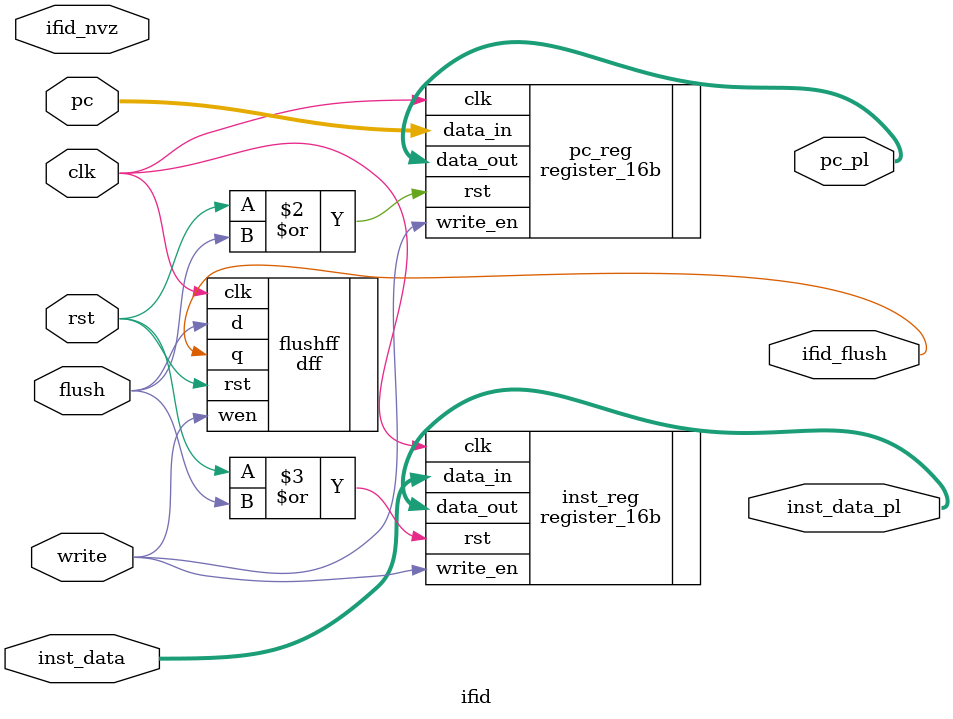
<source format=v>
module ifid(input clk, flush, rst, write, input[2:0] ifid_nvz, input[15:0] inst_data, pc, output ifid_flush, output [15:0]inst_data_pl, pc_pl);

wire flush_or_rst;
assign flush_or_rst = flush | rst;
register_16b pc_reg(.clk(clk), .rst(rst |flush ), .write_en(write), .data_in(pc), .data_out(pc_pl));
register_16b inst_reg(.clk(clk), .rst(rst |flush), .write_en(write), .data_in(inst_data), .data_out(inst_data_pl));

dff flushff(.q(ifid_flush), .d(flush), .wen(write), .clk(clk), .rst(rst));

endmodule


</source>
